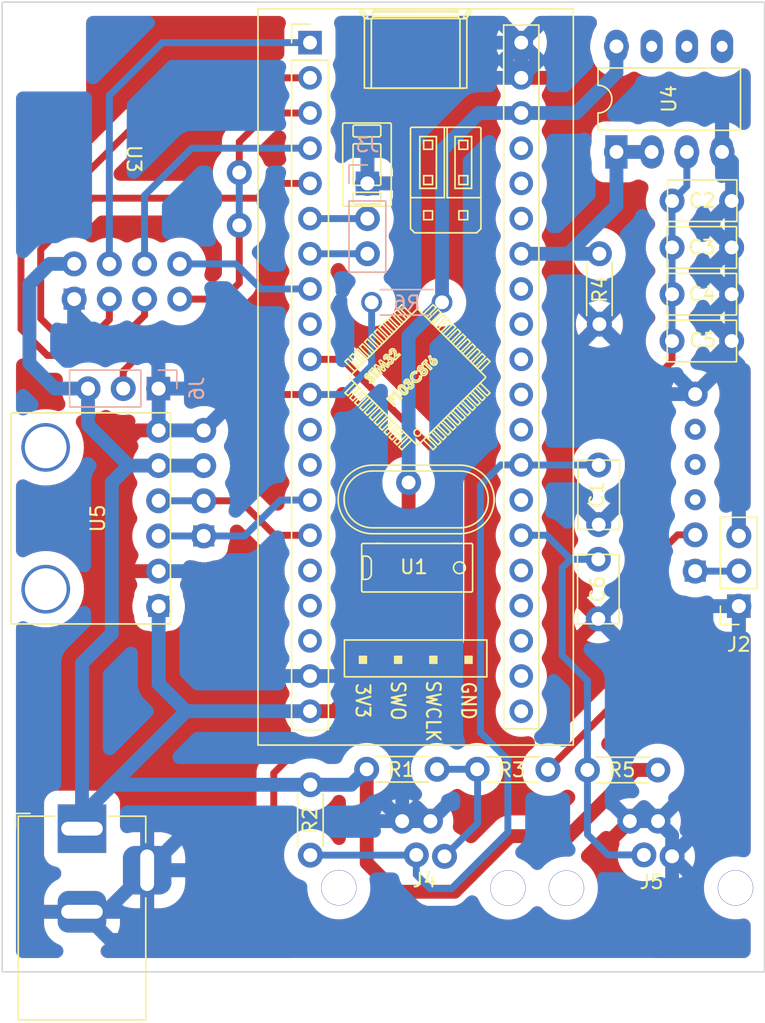
<source format=kicad_pcb>
(kicad_pcb (version 20211014) (generator pcbnew)
  (layers (0 "F.Cu" signal) (31 "B.Cu" signal) (34 "B.Paste" user) (35 "F.Paste" user) (36 "B.SilkS" user "B.Silkscreen") (37 "F.SilkS" user "F.Silkscreen") (38 "B.Mask" user) (39 "F.Mask" user) (44 "Edge.Cuts" user))
  (net 0 "")
  (net 1 "GND")
  (net 2 "Anemometer")
  (net 3 "/Passive LPF")
  (net 4 "+3V3")
  (net 5 "/32768Hz out")
  (net 6 "UART_TX")
  (net 7 "UART_RX")
  (net 8 "WindVane_raw")
  (net 9 "DS18B20")
  (net 10 "Wind_Vane")
  (net 11 "LoRa_NCSS")
  (net 12 "LoRa_SCLK")
  (net 13 "LoRa_MISO")
  (net 15 "LoRa_MOSI")
  (net 17 "LoRa_Reset")
  (net 20 "LoRa_DIO0")
  (net 22 "RTC_ALARM")
  (net 26 "I2C_CLK")
  (net 27 "Rain_Gauge")
  (net 28 "I2C_SDA")
  (footprint "RJ11-Connectors:4P4C" (layer "F.Cu") (at 196.81 103.46)
    (fp_text reference "J5" (at 0.04 0.045 unlocked) (layer "F.SilkS"))
    (fp_text value "4P4C" hide)
    (pad "" np_thru_hole circle (at 6.1 0.5) (size 2.36 2.36) (drill 2.36) (layers F&B.Cu *.Mask))
    (pad "" np_thru_hole circle (at -6.1 0.5) (size 2.36 2.36) (drill 2.36) (layers F&B.Cu *.Mask))
    (pad "1" thru_hole circle (at -1.525 -4.34) (size 1.3 1.3) (drill 0.89) (layers *.Cu *.Mask) (net 1 "GND"))
    (pad "2" thru_hole circle (at 0.51 -4.34) (size 1.3 1.3) (drill 0.89) (layers *.Cu *.Mask) (net 1 "GND"))
    (pad "3" thru_hole circle (at -0.51 -1.9) (size 1.3 1.3) (drill 0.89) (layers *.Cu *.Mask) (net 27 "Rain_Gauge"))
    (pad "4" thru_hole circle (at 1.525 -1.8) (size 1.3 1.3) (drill 0.89) (layers *.Cu *.Mask) (net 1 "GND"))
  )
  (footprint "Resistor_THT:R_Axial_DIN0204_L3.6mm_D1.6mm_P5.08mm_Horizontal" (layer "F.Cu") (at 193.0908 63.246 90)
    (fp_text reference "R4" (at 2.5146 0.0258 90) (layer "F.SilkS"))
    (fp_text value "3.3k" hide)
    (pad "1" thru_hole circle (at 0 0 90) (size 1.4 1.4) (drill 0.7) (layers *.Cu *.Mask) (net 1 "GND"))
    (pad "2" thru_hole oval (at 5.08 0 90) (size 1.4 1.4) (drill 0.7) (layers *.Cu *.Mask) (net 10 "Wind_Vane"))
  )
  (footprint "Custom_Libs:C_Radial_W5.5mm_H9.0mm_T3.0mm_P4.3mm" (layer "F.Cu") (at 200.5076 54.3306)
    (fp_text reference "C2" (at 0 0 unlocked) (layer "F.SilkS"))
    (fp_text value "10n" hide)
    (pad "1" thru_hole circle (at -2.15 0) (size 1.524 1.524) (drill 0.762) (layers *.Cu *.Mask) (net 3 "/Passive LPF"))
    (pad "2" thru_hole circle (at 2.15 0) (size 1.524 1.524) (drill 0.762) (layers *.Cu *.Mask) (net 1 "GND"))
  )
  (footprint "Connector_BarrelJack:BarrelJack_Horizontal" (layer "F.Cu") (at 155.7605 99.664 90)
    (fp_text reference "J1" hide)
    (fp_text value "Barrel_Jack" hide)
    (pad "1" thru_hole rect (at 0 0 90) (size 3.5 3.5) (drill oval 1 3) (layers *.Cu *.Mask) (net 4 "+3V3"))
    (pad "2" thru_hole roundrect (at -6 0 90) (size 3 3.5) (drill oval 1 3) (layers *.Cu *.Mask) (net 1 "GND"))
    (pad "3" thru_hole roundrect (at -3 4.7 90) (size 3.5 3.5) (drill oval 3 1) (layers *.Cu *.Mask) (net 1 "GND"))
  )
  (footprint "Custom_Libs:C_Radial_W5.5mm_H9.0mm_T3.0mm_P4.3mm" (layer "F.Cu") (at 200.4822 64.4652)
    (fp_text reference "C5" (at 0.0508 -0.0508 unlocked) (layer "F.SilkS"))
    (fp_text value "2.2n" hide)
    (pad "1" thru_hole circle (at -2.15 0) (size 1.524 1.524) (drill 0.762) (layers *.Cu *.Mask) (net 3 "/Passive LPF"))
    (pad "2" thru_hole circle (at 2.15 0) (size 1.524 1.524) (drill 0.762) (layers *.Cu *.Mask) (net 1 "GND"))
  )
  (footprint "Resistor_THT:R_Axial_DIN0204_L3.6mm_D1.6mm_P5.08mm_Horizontal" (layer "F.Cu") (at 176.3014 95.377)
    (fp_text reference "R1" (at 2.511 0.0258) (layer "F.SilkS"))
    (fp_text value "3k" hide)
    (pad "1" thru_hole circle (at 0 0) (size 1.4 1.4) (drill 0.7) (layers *.Cu *.Mask) (net 4 "+3V3"))
    (pad "2" thru_hole oval (at 5.08 0) (size 1.4 1.4) (drill 0.7) (layers *.Cu *.Mask) (net 8 "WindVane_raw"))
  )
  (footprint "Connector_PinSocket_2.54mm:PinSocket_1x03_P2.54mm_Vertical" (layer "F.Cu") (at 203.1496 83.6018 180)
    (fp_text reference "J2" (at 0 -2.77) (layer "F.SilkS"))
    (fp_text value "Conn_01x03_Male" hide)
    (pad "1" thru_hole rect (at 0 0 180) (size 1.7 1.7) (drill 1) (layers *.Cu *.Mask) (net 1 "GND"))
    (pad "2" thru_hole oval (at 0 2.54 180) (size 1.7 1.7) (drill 1) (layers *.Cu *.Mask) (net 5 "/32768Hz out"))
    (pad "3" thru_hole oval (at 0 5.08 180) (size 1.7 1.7) (drill 1) (layers *.Cu *.Mask) (net 1 "GND"))
  )
  (footprint "Resistor_THT:R_Axial_DIN0204_L3.6mm_D1.6mm_P5.08mm_Horizontal" (layer "F.Cu") (at 184.3024 95.4024)
    (fp_text reference "R3" (at 2.4674 0.025) (layer "F.SilkS"))
    (fp_text value "680" hide)
    (pad "1" thru_hole circle (at 0 0) (size 1.4 1.4) (drill 0.7) (layers *.Cu *.Mask) (net 8 "WindVane_raw"))
    (pad "2" thru_hole oval (at 5.08 0) (size 1.4 1.4) (drill 0.7) (layers *.Cu *.Mask) (net 3 "/Passive LPF"))
  )
  (footprint "Custom_Libs:C_Radial_W5.5mm_H9.0mm_T3.0mm_P4.3mm" (layer "F.Cu") (at 200.4822 61.087)
    (fp_text reference "C4" (at 0.015 0.001 unlocked) (layer "F.SilkS"))
    (fp_text value "3.3n" hide)
    (pad "1" thru_hole circle (at -2.15 0) (size 1.524 1.524) (drill 0.762) (layers *.Cu *.Mask) (net 3 "/Passive LPF"))
    (pad "2" thru_hole circle (at 2.15 0) (size 1.524 1.524) (drill 0.762) (layers *.Cu *.Mask) (net 1 "GND"))
  )
  (footprint "Resistor_THT:R_Axial_DIN0204_L3.6mm_D1.6mm_P5.08mm_Horizontal" (layer "F.Cu") (at 172.2374 96.4946 -90)
    (fp_text reference "R2" (at 2.5654 0.0254 90) (layer "F.SilkS"))
    (fp_text value "33k" hide)
    (pad "1" thru_hole circle (at 0 0 270) (size 1.4 1.4) (drill 0.7) (layers *.Cu *.Mask) (net 4 "+3V3"))
    (pad "2" thru_hole oval (at 5.08 0 270) (size 1.4 1.4) (drill 0.7) (layers *.Cu *.Mask) (net 2 "Anemometer"))
  )
  (footprint "SX1278_Module:SX1278_Minimal" (layer "F.Cu") (at 159.004 51.308 -90)
    (fp_text reference "U3" (at 0 -0.5 -90 unlocked) (layer "F.SilkS"))
    (fp_text value "SX1278_Minimal")
    (pad "1" thru_hole rect (at 10.13 3.81 270) (size 1.524 1.524) (drill 0.762) (layers *.Cu *.Mask) (net 1 "GND"))
    (pad "2" thru_hole circle (at 7.59 3.81 270) (size 1.524 1.524) (drill 0.762) (layers *.Cu *.Mask) (net 4 "+3V3"))
    (pad "3" thru_hole circle (at 10.13 1.27 270) (size 1.524 1.524) (drill 0.762) (layers *.Cu *.Mask) (net 17 "LoRa_Reset"))
    (pad "4" thru_hole circle (at 7.59 1.27 270) (size 1.524 1.524) (drill 0.762) (layers *.Cu *.Mask) (net 11 "LoRa_NCSS"))
    (pad "5" thru_hole circle (at 10.13 -1.27 270) (size 1.524 1.524) (drill 0.762) (layers *.Cu *.Mask) (net 12 "LoRa_SCLK"))
    (pad "6" thru_hole circle (at 7.59 -1.27 270) (size 1.524 1.524) (drill 0.762) (layers *.Cu *.Mask) (net 15 "LoRa_MOSI"))
    (pad "7" thru_hole circle (at 10.13 -3.81 270) (size 1.524 1.524) (drill 0.762) (layers *.Cu *.Mask) (net 13 "LoRa_MISO"))
    (pad "8" thru_hole circle (at 7.59 -3.81 270) (size 1.524 1.524) (drill 0.762) (layers *.Cu *.Mask) (net 20 "LoRa_DIO0"))
  )
  (footprint "Resistor_THT:R_Axial_DIN0204_L3.6mm_D1.6mm_P5.08mm_Horizontal" (layer "F.Cu") (at 197.3072 95.4278 180)
    (fp_text reference "R5" (at 2.5908 0) (layer "F.SilkS"))
    (fp_text value "33k" hide)
    (pad "1" thru_hole circle (at 0 0 180) (size 1.4 1.4) (drill 0.7) (layers *.Cu *.Mask) (net 4 "+3V3"))
    (pad "2" thru_hole oval (at 5.08 0 180) (size 1.4 1.4) (drill 0.7) (layers *.Cu *.Mask) (net 27 "Rain_Gauge"))
  )
  (footprint "Package_DIP:DIP-8_W7.62mm_LongPads" (layer "F.Cu") (at 194.32 50.815 90)
    (fp_text reference "U4" (at 3.825 3.8 90) (layer "F.SilkS"))
    (fp_text value "MCP6002-xP" hide)
    (pad "1" thru_hole rect (at 0 0 90) (size 2.4 1.6) (drill 0.8) (layers *.Cu *.Mask) (net 10 "Wind_Vane"))
    (pad "2" thru_hole oval (at 0 2.54 90) (size 2.4 1.6) (drill 0.8) (layers *.Cu *.Mask) (net 10 "Wind_Vane"))
    (pad "3" thru_hole oval (at 0 5.08 90) (size 2.4 1.6) (drill 0.8) (layers *.Cu *.Mask) (net 3 "/Passive LPF"))
    (pad "4" thru_hole oval (at 0 7.62 90) (size 2.4 1.6) (drill 0.8) (layers *.Cu *.Mask) (net 1 "GND"))
    (pad "5" thru_hole oval (at 7.62 7.62 90) (size 2.4 1.6) (drill 0.8) (layers *.Cu *.Mask))
    (pad "6" thru_hole oval (at 7.62 5.08 90) (size 2.4 1.6) (drill 0.8) (layers *.Cu *.Mask))
    (pad "7" thru_hole oval (at 7.62 2.54 90) (size 2.4 1.6) (drill 0.8) (layers *.Cu *.Mask))
    (pad "8" thru_hole oval (at 7.62 0 90) (size 2.4 1.6) (drill 0.8) (layers *.Cu *.Mask) (net 4 "+3V3"))
  )
  (footprint "Custom_Libs:C_Radial_W5.5mm_H9.0mm_T3.0mm_P4.3mm" (layer "F.Cu") (at 193.0146 82.3722 90)
    (fp_text reference "C6" (at 0 -0.0508 90 unlocked) (layer "F.SilkS"))
    (fp_text value "68n" hide)
    (pad "1" thru_hole circle (at -2.15 0 90) (size 1.524 1.524) (drill 0.762) (layers *.Cu *.Mask) (net 1 "GND"))
    (pad "2" thru_hole circle (at 2.15 0 90) (size 1.524 1.524) (drill 0.762) (layers *.Cu *.Mask) (net 27 "Rain_Gauge"))
  )
  (footprint "RJ11-Connectors:4P4C" (layer "F.Cu") (at 180.39 103.46)
    (fp_text reference "J4" (at 0.077 -0.082 unlocked) (layer "F.SilkS"))
    (fp_text value "4P4C" hide)
    (pad "" np_thru_hole circle (at 6.1 0.5) (size 2.36 2.36) (drill 2.36) (layers F&B.Cu *.Mask))
    (pad "" np_thru_hole circle (at -6.1 0.5) (size 2.36 2.36) (drill 2.36) (layers F&B.Cu *.Mask))
    (pad "1" thru_hole circle (at -1.525 -4.34) (size 1.3 1.3) (drill 0.89) (layers *.Cu *.Mask) (net 1 "GND"))
    (pad "2" thru_hole circle (at 0.51 -4.34) (size 1.3 1.3) (drill 0.89) (layers *.Cu *.Mask) (net 1 "GND"))
    (pad "3" thru_hole circle (at -0.51 -1.9) (size 1.3 1.3) (drill 0.89) (layers *.Cu *.Mask) (net 2 "Anemometer"))
    (pad "4" thru_hole circle (at 1.525 -1.8) (size 1.3 1.3) (drill 0.89) (layers *.Cu *.Mask) (net 8 "WindVane_raw"))
  )
  (footprint "Custom_Libs:C_Radial_W5.5mm_H9.0mm_T3.0mm_P4.3mm" (layer "F.Cu") (at 200.4822 57.7088)
    (fp_text reference "C3" (at 0 -0.0162 unlocked) (layer "F.SilkS"))
    (fp_text value "4.7n" hide)
    (pad "1" thru_hole circle (at -2.15 0) (size 1.524 1.524) (drill 0.762) (layers *.Cu *.Mask) (net 3 "/Passive LPF"))
    (pad "2" thru_hole circle (at 2.15 0) (size 1.524 1.524) (drill 0.762) (layers *.Cu *.Mask) (net 1 "GND"))
  )
  (footprint "BME280_Module:BME280_I2C_Small" (layer "F.Cu") (at 156.39 77.2668 90)
    (fp_text reference "U5" (at 0 0.508 90 unlocked) (layer "F.SilkS"))
    (fp_text value "BME280_I2C_New_LK888" hide)
    (pad "" np_thru_hole circle (at 5.12 -3.25 90) (size 3.5 3.5) (drill 3) (layers F&B.Cu *.Mask))
    (pad "" np_thru_hole circle (at -5.12 -3.25 90) (size 3.5 3.5) (drill 3) (layers F&B.Cu *.Mask))
    (pad "1" thru_hole rect (at -6.35 4.9 180) (size 1.524 1.524) (drill 0.762) (layers *.Cu *.Mask) (net 4 "+3V3"))
    (pad "1" thru_hole circle (at 3.81 4.9 180) (size 1.524 1.524) (drill 0.762) (layers *.Cu *.Mask) (net 4 "+3V3"))
    (pad "2" thru_hole circle (at -3.81 4.9 180) (size 1.524 1.524) (drill 0.762) (layers *.Cu *.Mask) (net 1 "GND"))
    (pad "3" thru_hole circle (at -1.27 4.9 180) (size 1.524 1.524) (drill 0.762) (layers *.Cu *.Mask) (net 26 "I2C_CLK"))
    (pad "4" thru_hole circle (at 1.27 4.9 180) (size 1.524 1.524) (drill 0.762) (layers *.Cu *.Mask) (net 28 "I2C_SDA"))
    (pad "5" thru_hole circle (at 6.35 4.9 180) (size 1.524 1.524) (drill 0.762) (layers *.Cu *.Mask) (net 1 "GND"))
  )
  (footprint "Custom_Libs:C_Radial_W5.5mm_H9.0mm_T3.0mm_P4.3mm" (layer "F.Cu") (at 193.04 75.565 90)
    (fp_text reference "C1" (at 0 -0.127 90 unlocked) (layer "F.SilkS"))
    (fp_text value "68n" hide)
    (pad "1" thru_hole circle (at -2.15 0 90) (size 1.524 1.524) (drill 0.762) (layers *.Cu *.Mask) (net 1 "GND"))
    (pad "2" thru_hole circle (at 2.15 0 90) (size 1.524 1.524) (drill 0.762) (layers *.Cu *.Mask) (net 2 "Anemometer"))
  )
  (footprint "KiCAD_STM32_BluePill:YAAJ_BluePill_1" (layer "F.Cu") (at 172.212 42.926)
    (fp_text reference "U1" (at 7.493 37.846) (layer "F.SilkS"))
    (fp_text value "YAAJ_BluePill" hide)
    (fp_text user "SWO" (at 6.35 47.498 270 unlocked) (layer "F.SilkS") (effects (font (size 1 0.9))))
    (fp_text user "GND" (at 11.43 47.498 270 unlocked) (layer "F.SilkS") (effects (font (size 1 0.9))))
    (fp_text user "SWCLK" (at 8.89 48.26 270 unlocked) (layer "F.SilkS") (effects (font (size 1 0.9))))
    (fp_text user "3V3" (at 3.81 47.498 270 unlocked) (layer "F.SilkS") (effects (font (size 1 0.9))))
    (pad "1" thru_hole rect locked (at 0 0) (size 1.7 1.7) (drill 1) (layers *.Cu *.Mask) (net 11 "LoRa_NCSS"))
    (pad "2" thru_hole circle locked (at 0 2.54) (size 1.7 1.7) (drill 1) (layers *.Cu *.Mask) (net 12 "LoRa_SCLK"))
    (pad "3" thru_hole circle locked (at 0 5.08) (size 1.7 1.7) (drill 1) (layers *.Cu *.Mask) (net 13 "LoRa_MISO"))
    (pad "4" thru_hole circle locked (at 0 7.62) (size 1.7 1.7) (drill 1) (layers *.Cu *.Mask) (net 15 "LoRa_MOSI"))
    (pad "5" thru_hole circle locked (at 0 10.16) (size 1.7 1.7) (drill 1) (layers *.Cu *.Mask) (net 17 "LoRa_Reset"))
    (pad "6" thru_hole circle locked (at 0 12.7) (size 1.7 1.7) (drill 1) (layers *.Cu *.Mask) (net 6 "UART_TX"))
    (pad "7" thru_hole circle locked (at 0 15.24) (size 1.7 1.7) (drill 1) (layers *.Cu *.Mask) (net 7 "UART_RX"))
    (pad "8" thru_hole circle locked (at 0 17.78) (size 1.7 1.7) (drill 1) (layers *.Cu *.Mask) (net 20 "LoRa_DIO0"))
    (pad "9" thru_hole circle locked (at 0 20.32) (size 1.7 1.7) (drill 1) (layers *.Cu *.Mask))
    (pad "10" thru_hole circle locked (at 0 22.86) (size 1.7 1.7) (drill 1) (layers *.Cu *.Mask) (net 22 "RTC_ALARM"))
    (pad "11" thru_hole circle locked (at 0 25.4) (size 1.7 1.7) (drill 1) (layers *.Cu *.Mask) (net 9 "DS18B20"))
    (pad "12" thru_hole circle locked (at 0 27.94) (size 1.7 1.7) (drill 1) (layers *.Cu *.Mask))
    (pad "13" thru_hole circle locked (at 0 30.48) (size 1.7 1.7) (drill 1) (layers *.Cu *.Mask))
    (pad "14" thru_hole circle locked (at 0 33.02) (size 1.7 1.7) (drill 1) (layers *.Cu *.Mask) (net 26 "I2C_CLK"))
    (pad "15" thru_hole circle locked (at 0 35.56) (size 1.7 1.7) (drill 1) (layers *.Cu *.Mask) (net 28 "I2C_SDA"))
    (pad "16" thru_hole circle locked (at 0 38.1) (size 1.7 1.7) (drill 1) (layers *.Cu *.Mask))
    (pad "17" thru_hole circle locked (at 0 40.64) (size 1.7 1.7) (drill 1) (layers *.Cu *.Mask))
    (pad "18" thru_hole circle locked (at 0 43.18) (size 1.7 1.7) (drill 1) (layers *.Cu *.Mask))
    (pad "19" thru_hole circle locked (at 0 45.72) (size 1.7 1.7) (drill 1) (layers *.Cu *.Mask) (net 1 "GND"))
    (pad "20" thru_hole circle locked (at 0 48.26) (size 1.7 1.7) (drill 1) (layers *.Cu *.Mask) (net 4 "+3V3"))
    (pad "21" thru_hole circle locked (at 15.24 48.26) (size 1.7 1.7) (drill 1) (layers *.Cu *.Mask))
    (pad "22" thru_hole circle locked (at 15.24 45.72) (size 1.7 1.7) (drill 1) (layers *.Cu *.Mask))
    (pad "23" thru_hole circle locked (at 15.24 43.18) (size 1.7 1.7) (drill 1) (layers *.Cu *.Mask))
    (pad "24" thru_hole circle locked (at 15.24 40.64) (size 1.7 1.7) (drill 1) (layers *.Cu *.Mask))
    (pad "25" thru_hole circle locked (at 15.24 38.1) (size 1.7 1.7) (drill 1) (layers *.Cu *.Mask))
    (pad "26" thru_hole circle locked (at 15.24 35.56) (size 1.7 1.7) (drill 1) (layers *.Cu *.Mask) (net 27 "Rain_Gauge"))
    (pad "27" thru_hole circle locked (at 15.24 33.02) (size 1.7 1.7) (drill 1) (layers *.Cu *.Mask))
    (pad "28" thru_hole circle locked (at 15.24 30.48) (size 1.7 1.7) (drill 1) (layers *.Cu *.Mask) (net 2 "Anemometer"))
    (pad "29" thru_hole circle locked (at 15.24 27.94) (size 1.7 1.7) (drill 1) (layers *.Cu *.Mask))
    (pad "30" thru_hole circle locked (at 15.24 25.4) (size 1.7 1.7) (drill 1) (layers *.Cu *.Mask))
    (pad "31" thru_hole circle locked (at 15.24 22.86) (size 1.7 1.7) (drill 1) (layers *.Cu *.Mask))
    (pad "32" thru_hole circle locked (at 15.24 20.32) (size 1.7 1.7) (drill 1) (layers *.Cu *.Mask))
    (pad "33" thru_hole circle locked (at 15.24 17.78) (size 1.7 1.7) (drill 1) (layers *.Cu *.Mask))
    (pad "34" thru_hole circle locked (at 15.24 15.24) (size 1.7 1.7) (drill 1) (layers *.Cu *.Mask) (net 10 "Wind_Vane"))
    (pad "35" thru_hole circle locked (at 15.24 12.7) (size 1.7 1.7) (drill 1) (layers *.Cu *.Mask))
    (pad "36" thru_hole circle locked (at 15.24 10.16) (size 1.7 1.7) (drill 1) (layers *.Cu *.Mask))
    (pad "37" thru_hole circle locked (at 15.24 7.62) (size 1.7 1.7) (drill 1) (layers *.Cu *.Mask))
    (pad "38" thru_hole circle locked (at 15.24 5.08) (size 1.7 1.7) (drill 1) (layers *.Cu *.Mask) (net 4 "+3V3"))
    (pad "39" thru_hole circle locked (at 15.24 2.54) (size 1.7 1.7) (drill 1) (layers *.Cu *.Mask) (net 1 "GND"))
    (pad "40" thru_hole circle locked (at 15.24 0) (size 1.7 1.7) (drill 1) (layers *.Cu *.Mask) (net 1 "GND"))
  )
  (footprint "DS3231_Module:DS3231_Module_FullSize" (layer "B.Cu") (at 182.2712 74.7268)
    (fp_text reference "U2" hide)
    (fp_text value "DS3231_Full_Pinout" hide)
    (pad "1" thru_hole rect (at -17.73 3.81) (size 1.524 1.524) (drill 0.762) (layers *.Cu *.Mask) (net 26 "I2C_CLK"))
    (pad "2" thru_hole circle (at -17.73 1.27) (size 1.524 1.524) (drill 0.762) (layers *.Cu *.Mask) (net 28 "I2C_SDA"))
    (pad "3" thru_hole circle (at -17.73 -1.27) (size 1.524 1.524) (drill 0.762) (layers *.Cu *.Mask) (net 4 "+3V3"))
    (pad "4" thru_hole circle (at -17.73 -3.81) (size 1.524 1.524) (drill 0.762) (layers *.Cu *.Mask) (net 1 "GND"))
    (pad "5" thru_hole rect (at 17.73 6.35) (size 1.524 1.524) (drill 0.762) (layers *.Cu *.Mask) (net 5 "/32768Hz out"))
    (pad "6" thru_hole circle (at 17.73 3.73) (size 1.524 1.524) (drill 0.762) (layers *.Cu *.Mask) (net 22 "RTC_ALARM"))
    (pad "7" thru_hole circle (at 17.73 -1.35) (size 1.524 1.524) (drill 0.762) (layers *.Cu *.Mask))
    (pad "8" thru_hole circle (at 17.73 1.19) (size 1.524 1.524) (drill 0.762) (layers *.Cu *.Mask))
    (pad "9" thru_hole circle (at 17.73 -3.89) (size 1.524 1.524) (drill 0.762) (layers *.Cu *.Mask))
    (pad "10" thru_hole circle (at 17.73 -6.43) (size 1.524 1.524) (drill 0.762) (layers *.Cu *.Mask) (net 1 "GND"))
  )
  (footprint "Resistor_THT:R_Axial_DIN0204_L3.6mm_D1.6mm_P5.08mm_Horizontal" (layer "B.Cu") (at 181.737 61.6712 180)
    (fp_text reference "R6" (at 2.54 -0.0454) (layer "B.SilkS") (effects (justify mirror)))
    (fp_text value "4.7k" hide)
    (pad "1" thru_hole circle (at 0 0 180) (size 1.4 1.4) (drill 0.7) (layers *.Cu *.Mask) (net 4 "+3V3"))
    (pad "2" thru_hole oval (at 5.08 0 180) (size 1.4 1.4) (drill 0.7) (layers *.Cu *.Mask) (net 9 "DS18B20"))
  )
  (footprint "Connector_PinSocket_2.54mm:PinSocket_1x03_P2.54mm_Vertical" (layer "B.Cu") (at 176.3522 53.086 180)
    (fp_text reference "J3" (at 0 2.77) (layer "B.SilkS") (effects (justify mirror)))
    (fp_text value "Conn_01x03_Male" hide)
    (pad "1" thru_hole rect (at 0 0 180) (size 1.7 1.7) (drill 1) (layers *.Cu *.Mask) (net 1 "GND"))
    (pad "2" thru_hole oval (at 0 -2.54 180) (size 1.7 1.7) (drill 1) (layers *.Cu *.Mask) (net 6 "UART_TX"))
    (pad "3" thru_hole oval (at 0 -5.08 180) (size 1.7 1.7) (drill 1) (layers *.Cu *.Mask) (net 7 "UART_RX"))
  )
  (footprint "Connector_PinSocket_2.54mm:PinSocket_1x03_P2.54mm_Vertical" (layer "B.Cu") (at 161.275 67.8946 90)
    (fp_text reference "J6" (at 0 2.77 90) (layer "B.SilkS") (effects (justify mirror)))
    (fp_text value "Conn_01x03_Male" hide)
    (pad "1" thru_hole rect (at 0 0 90) (size 1.7 1.7) (drill 1) (layers *.Cu *.Mask) (net 1 "GND"))
    (pad "2" thru_hole oval (at 0 -2.54 90) (size 1.7 1.7) (drill 1) (layers *.Cu *.Mask) (net 9 "DS18B20"))
    (pad "3" thru_hole oval (at 0 -5.08 90) (size 1.7 1.7) (drill 1) (layers *.Cu *.Mask) (net 4 "+3V3"))
  )
  (gr_rect (start 150 40) (end 205 110) (layer "Edge.Cuts") (width 0.1) (fill none))
  (via (at 202.91 103.94) (size 2.55) (drill 2.5) (layers "F.Cu" "B.Cu") (net 0))
  (via (at 186.49 103.95) (size 2.55) (drill 2.5) (layers "F.Cu" "B.Cu") (net 0))
  (via (at 153.14 72.14) (size 3.5) (drill 3) (layers "F.Cu" "B.Cu") (net 0))
  (via (at 153.15 82.37) (size 3.5) (drill 3) (layers "F.Cu" "B.Cu") (net 0))
  (via (at 174.29 103.93) (size 2.55) (drill 2.5) (layers "F.Cu" "B.Cu") (net 0))
  (via (at 190.71 103.96) (size 2.55) (drill 2.5) (layers "F.Cu" "B.Cu") (net 0))
  (segment (start 201.94 48.524) (end 201.94 50.815) (width 1) (layer "F.Cu") (net 1))
  (segment (start 156.1338 74.5744) (end 159.7914 70.9168) (width 1) (layer "F.Cu") (net 1))
  (segment (start 156.1338 78.4606) (end 156.1338 74.5744) (width 1) (layer "F.Cu") (net 1))
  (segment (start 158.75 81.0768) (end 156.1338 78.4606) (width 1) (layer "F.Cu") (net 1))
  (segment (start 200.6854 47.2694) (end 201.94 48.524) (width 1) (layer "F.Cu") (net 1))
  (segment (start 161.29 81.0768) (end 158.75 81.0768) (width 1) (layer "F.Cu") (net 1))
  (segment (start 192.024 45.466) (end 193.8274 47.2694) (width 1) (layer "F.Cu") (net 1))
  (segment (start 193.8274 47.2694) (end 200.6854 47.2694) (width 1) (layer "F.Cu") (net 1))
  (segment (start 159.7914 70.9168) (end 161.29 70.9168) (width 1) (layer "F.Cu") (net 1))
  (segment (start 187.452 45.466) (end 192.024 45.466) (width 1) (layer "F.Cu") (net 1))
  (via (at 203.1496 83.6018) (size 1.8) (drill 1) (layers "F.Cu" "B.Cu") (net 1))
  (via (at 200.0012 68.2968) (size 1.8) (drill 1) (layers "F.Cu" "B.Cu") (net 1))
  (via (at 178.86 99.12) (size 1.8) (drill 1) (layers "F.Cu" "B.Cu") (net 1))
  (via (at 161.29 70.9168) (size 1.8) (drill 1) (layers "F.Cu" "B.Cu") (net 1))
  (via (at 161.29 81.0768) (size 1.8) (drill 1) (layers "F.Cu" "B.Cu") (net 1))
  (via (at 198.335 101.66) (size 1.8) (drill 1) (layers "F.Cu" "B.Cu") (net 1))
  (via (at 201.94 50.815) (size 1.8) (drill 1) (layers "F.Cu" "B.Cu") (net 1))
  (via (at 193.04 77.715) (size 1.8) (drill 1) (layers "F.Cu" "B.Cu") (net 1))
  (via (at 193.0908 63.246) (size 1.8) (drill 1) (layers "F.Cu" "B.Cu") (net 1))
  (via (at 202.6322 57.7088) (size 1.8) (drill 1) (layers "F.Cu" "B.Cu") (net 1))
  (via (at 164.5412 70.9168) (size 1.8) (drill 1) (layers "F.Cu" "B.Cu") (net 1))
  (via (at 180.9 99.12) (size 1.8) (drill 1) (layers "F.Cu" "B.Cu") (net 1))
  (via (at 197.32 99.12) (size 1.8) (drill 1) (layers "F.Cu" "B.Cu") (net 1))
  (via (at 193.0146 84.5222) (size 1.8) (drill 1) (layers "F.Cu" "B.Cu") (net 1))
  (via (at 202.6322 61.087) (size 1.8) (drill 1) (layers "F.Cu" "B.Cu") (net 1))
  (via (at 155.194 61.438) (size 1.8) (drill 1) (layers "F.Cu" "B.Cu") (net 1))
  (via (at 161.29 67.9096) (size 1.8) (drill 1) (layers "F.Cu" "B.Cu") (net 1))
  (via (at 202.6341 54.3541) (size 1.8) (drill 1) (layers "F.Cu" "B.Cu") (net 1))
  (via (at 203.1496 78.5218) (size 1.8) (drill 1) (layers "F.Cu" "B.Cu") (net 1))
  (via (at 195.285 99.12) (size 1.8) (drill 1) (layers "F.Cu" "B.Cu") (net 1))
  (via (at 202.6322 64.4652) (size 1.8) (drill 1) (layers "F.Cu" "B.Cu") (net 1))
  (via (at 176.3522 53.086) (size 1.8) (drill 1) (layers "F.Cu" "B.Cu") (net 1))
  (segment (start 195.4276 70.3072) (end 195.4276 65.5828) (width 1) (layer "B.Cu") (net 1))
  (segment (start 199.771 96.669) (end 197.32 99.12) (width 1) (layer "B.Cu") (net 1))
  (segment (start 195.4276 87.503) (end 195.4276 86.9352) (width 1) (layer "B.Cu") (net 1))
  (segment (start 166.37 88.646) (end 172.212 88.646) (width 1) (layer "B.Cu") (net 1))
  (segment (start 176.3522 53.086) (end 176.3522 47.7774) (width 1) (layer "B.Cu") (net 1))
  (segment (start 197.438 68.2968) (end 200.0012 68.2968) (width 1) (layer "B.Cu") (net 1))
  (segment (start 202.6576 54.3306) (end 202.6576 51.5326) (width 1) (layer "B.Cu") (net 1))
  (segment (start 172.212 88.646) (end 175.5648 88.646) (width 1) (layer "B.Cu") (net 1))
  (segment (start 157.099 64.4398) (end 155.194 62.5348) (width 1) (layer "B.Cu") (net 1))
  (segment (start 193.04 77.715) (end 195.4276 75.3274) (width 1) (layer "B.Cu") (net 1))
  (segment (start 178.86 99.12) (end 164.0045 99.12) (width 1) (layer "B.Cu") (net 1))
  (segment (start 203.1496 89.7886) (end 203.1496 83.6018) (width 1) (layer "B.Cu") (net 1))
  (segment (start 202.6322 64.4652) (end 202.6322 65.6658) (width 1) (layer "B.Cu") (net 1))
  (segment (start 155.7605 105.664) (end 157.7925 107.696) (width 1) (layer "B.Cu") (net 1))
  (segment (start 155.7605 105.664) (end 157.4605 105.664) (width 1) (layer "B.Cu") (net 1))
  (segment (start 178.865 99.12) (end 178.86 99.12) (width 1) (layer "B.Cu") (net 1))
  (segment (start 159.6644 64.4398) (end 157.099 64.4398) (width 1) (layer "B.Cu") (net 1))
  (segment (start 195.6816 107.696) (end 198.335 105.0426) (width 1) (layer "B.Cu") (net 1))
  (segment (start 195.4276 70.3072) (end 197.438 68.2968) (width 1) (layer "B.Cu") (net 1))
  (segment (start 198.335 101.66) (end 198.335 100.135) (width 1) (layer "B.Cu") (net 1))
  (segment (start 161.29 81.0768) (end 163.1188 81.0768) (width 1) (layer "B.Cu") (net 1))
  (segment (start 175.5648 88.646) (end 178.8668 91.948) (width 1) (layer "B.Cu") (net 1))
  (segment (start 164.592 86.868) (end 166.37 88.646) (width 1) (layer "B.Cu") (net 1))
  (segment (start 180.9 99.12) (end 178.865 99.12) (width 1) (layer "B.Cu") (net 1))
  (segment (start 199.771 93.1672) (end 199.771 96.669) (width 1) (layer "B.Cu") (net 1))
  (segment (start 176.3522 47.7774) (end 178.1556 45.974) (width 1) (layer "B.Cu") (net 1))
  (segment (start 163.1188 81.0768) (end 164.592 82.55) (width 1) (layer "B.Cu") (net 1))
  (segment (start 202.6322 54.356) (end 202.6341 54.3541) (width 1) (layer "B.Cu") (net 1))
  (segment (start 195.4276 87.503) (end 195.4276 88.8238) (width 1) (layer "B.Cu") (net 1))
  (segment (start 161.275 66.0504) (end 159.6644 64.4398) (width 1) (layer "B.Cu") (net 1))
  (segment (start 202.6322 65.6658) (end 203.1496 66.1832) (width 1) (layer "B.Cu") (net 1))
  (segment (start 157.4605 105.664) (end 160.4605 102.664) (width 1) (layer "B.Cu") (net 1))
  (segment (start 178.865 91.9498) (end 178.865 99.12) (width 1) (layer "B.Cu") (net 1))
  (segment (start 178.1556 45.974) (end 181.2036 42.926) (width 1) (layer "B.Cu") (net 1))
  (segment (start 161.275 67.8946) (end 161.275 66.0504) (width 1) (layer "B.Cu") (net 1))
  (segment (start 203.1496 66.1832) (end 203.1496 78.5218) (width 1) (layer "B.Cu") (net 1))
  (segment (start 178.8668 91.948) (end 178.865 91.9498) (width 1) (layer "B.Cu") (net 1))
  (segment (start 202.6341 54.3541) (end 202.6576 54.3306) (width 1) (layer "B.Cu") (net 1))
  (segment (start 198.335 100.135) (end 197.32 99.12) (width 1) (layer "B.Cu") (net 1))
  (segment (start 202.6322 57.7088) (end 202.6322 54.356) (width 1) (layer "B.Cu") (net 1))
  (segment (start 178.6636 45.466) (end 178.1556 45.974) (width 1) (layer "B.Cu") (net 1))
  (segment (start 202.6322 64.4652) (end 202.6322 61.087) (width 1) (layer "B.Cu") (net 1))
  (segment (start 187.452 42.926) (end 187.452 45.466) (width 1) (layer "B.Cu") (net 1))
  (segment (start 195.4276 65.5828) (end 193.0908 63.246) (width 1) (layer "B.Cu") (net 1))
  (segment (start 197.32 99.12) (end 195.285 99.12) (width 1) (layer "B.Cu") (net 1))
  (segment (start 164.592 82.55) (end 164.592 86.868) (width 1) (layer "B.Cu") (net 1))
  (segment (start 157.7925 107.696) (end 195.6816 107.696) (width 1) (layer "B.Cu") (net 1))
  (segment (start 161.29 70.9168) (end 164.5412 70.9168) (width 1) (layer "B.Cu") (net 1))
  (segment (start 195.4276 75.3274) (end 195.4276 70.3072) (width 1) (layer "B.Cu") (net 1))
  (segment (start 181.2036 42.926) (end 187.452 42.926) (width 1) (layer "B.Cu") (net 1))
  (segment (start 161.29 70.9168) (end 161.29 67.9096) (width 1) (layer "B.Cu") (net 1))
  (segment (start 187.452 45.466) (end 178.6636 45.466) (width 1) (layer "B.Cu") (net 1))
  (segment (start 202.6322 65.6658) (end 200.0012 68.2968) (width 1) (layer "B.Cu") (net 1))
  (segment (start 155.194 62.5348) (end 155.194 61.438) (width 1) (layer "B.Cu") (net 1))
  (segment (start 195.4276 86.9352) (end 193.0146 84.5222) (width 1) (layer "B.Cu") (net 1))
  (segment (start 199.771 93.1672) (end 203.1496 89.7886) (width 1) (layer "B.Cu") (net 1))
  (segment (start 195.4276 75.3274) (end 195.4276 87.503) (width 1) (layer "B.Cu") (net 1))
  (segment (start 202.6576 51.5326) (end 201.94 50.815) (width 1) (layer "B.Cu") (net 1))
  (segment (start 161.29 67.9096) (end 161.275 67.8946) (width 1) (layer "B.Cu") (net 1))
  (segment (start 195.4276 88.8238) (end 199.771 93.1672) (width 1) (layer "B.Cu") (net 1))
  (segment (start 164.0045 99.12) (end 160.4605 102.664) (width 1) (layer "B.Cu") (net 1))
  (segment (start 202.6322 61.087) (end 202.6322 57.7088) (width 1) (layer "B.Cu") (net 1))
  (segment (start 198.335 105.0426) (end 198.335 101.66) (width 1) (layer "B.Cu") (net 1))
  (via (at 179.88 101.56) (size 1.8) (drill 1) (layers "F.Cu" "B.Cu") (net 2))
  (via (at 172.2374 101.5746) (size 1.8) (drill 1) (layers "F.Cu" "B.Cu") (net 2))
  (via (at 193.04 73.415) (size 1.8) (drill 1) (layers "F.Cu" "B.Cu") (net 2))
  (segment (start 172.2374 101.5746) (end 179.8654 101.5746) (width 0.5) (layer "B.Cu") (net 2))
  (segment (start 184.5056 74.8792) (end 185.9788 73.406) (width 0.5) (layer "B.Cu") (net 2))
  (segment (start 179.8654 101.5746) (end 179.88 101.56) (width 0.5) (layer "B.Cu") (net 2))
  (segment (start 187.461 73.415) (end 187.452 73.406) (width 0.5) (layer "B.Cu") (net 2))
  (segment (start 180.8734 103.9876) (end 182.4228 103.9876) (width 0.5) (layer "B.Cu") (net 2))
  (segment (start 184.5056 92.71) (end 184.5056 74.8792) (width 0.5) (layer "B.Cu") (net 2))
  (segment (start 193.04 73.415) (end 187.461 73.415) (width 0.5) (layer "B.Cu") (net 2))
  (segment (start 186.4868 94.6912) (end 184.5056 92.71) (width 0.5) (layer "B.Cu") (net 2))
  (segment (start 179.88 102.9942) (end 180.8734 103.9876) (width 0.5) (layer "B.Cu") (net 2))
  (segment (start 186.4868 99.9236) (end 186.4868 94.6912) (width 0.5) (layer "B.Cu") (net 2))
  (segment (start 179.88 101.56) (end 179.88 102.9942) (width 0.5) (layer "B.Cu") (net 2))
  (segment (start 182.4228 103.9876) (end 186.4868 99.9236) (width 0.5) (layer "B.Cu") (net 2))
  (segment (start 185.9788 73.406) (end 187.452 73.406) (width 0.5) (layer "B.Cu") (net 2))
  (segment (start 195.8086 68.453) (end 198.3322 65.9294) (width 0.5) (layer "F.Cu") (net 3))
  (segment (start 189.3824 95.4024) (end 195.8086 88.9762) (width 0.5) (layer "F.Cu") (net 3))
  (segment (start 195.8086 88.9762) (end 195.8086 68.453) (width 0.5) (layer "F.Cu") (net 3))
  (segment (start 198.3322 65.9294) (end 198.3322 64.4652) (width 0.5) (layer "F.Cu") (net 3))
  (via (at 198.3322 54.356) (size 1.8) (drill 1) (layers "F.Cu" "B.Cu") (net 3))
  (via (at 199.4 50.815) (size 1.8) (drill 1) (layers "F.Cu" "B.Cu") (net 3))
  (via (at 198.3322 57.7088) (size 1.8) (drill 1) (layers "F.Cu" "B.Cu") (net 3))
  (via (at 198.3322 64.4652) (size 1.8) (drill 1) (layers "F.Cu" "B.Cu") (net 3))
  (via (at 198.3322 61.087) (size 1.8) (drill 1) (layers "F.Cu" "B.Cu") (net 3))
  (via (at 189.3824 95.4024) (size 1.8) (drill 1) (layers "F.Cu" "B.Cu") (net 3))
  (segment (start 198.3322 57.7088) (end 198.3322 54.356) (width 0.5) (layer "B.Cu") (net 3))
  (segment (start 198.3322 61.087) (end 198.3322 57.7088) (width 0.5) (layer "B.Cu") (net 3))
  (segment (start 199.4 53.2882) (end 198.3576 54.3306) (width 0.5) (layer "B.Cu") (net 3))
  (segment (start 198.3322 54.356) (end 198.3576 54.3306) (width 0.5) (layer "B.Cu") (net 3))
  (segment (start 198.3322 64.4652) (end 198.3322 61.087) (width 0.5) (layer "B.Cu") (net 3))
  (segment (start 199.4 50.815) (end 199.4 53.2882) (width 0.5) (layer "B.Cu") (net 3))
  (segment (start 186.6646 100.203) (end 182.6514 104.2162) (width 1) (layer "F.Cu") (net 4))
  (segment (start 179.324 85.8012) (end 179.324 74.676) (width 1) (layer "F.Cu") (net 4))
  (segment (start 197.3072 95.4278) (end 195.6562 95.4278) (width 1) (layer "F.Cu") (net 4))
  (segment (start 173.9392 91.186) (end 175.0568 90.0684) (width 1) (layer "F.Cu") (net 4))
  (segment (start 190.881 100.203) (end 186.6646 100.203) (width 1) (layer "F.Cu") (net 4))
  (segment (start 176.3014 102.1334) (end 176.3014 95.377) (width 1) (layer "F.Cu") (net 4))
  (segment (start 172.212 91.186) (end 173.9392 91.186) (width 1) (layer "F.Cu") (net 4))
  (segment (start 195.6562 95.4278) (end 190.881 100.203) (width 1) (layer "F.Cu") (net 4))
  (segment (start 182.6514 104.2162) (end 178.3842 104.2162) (width 1) (layer "F.Cu") (net 4))
  (segment (start 175.0568 90.0684) (end 179.324 85.8012) (width 1) (layer "F.Cu") (net 4))
  (segment (start 178.3842 104.2162) (end 176.3014 102.1334) (width 1) (layer "F.Cu") (net 4))
  (via (at 179.324 74.676) (size 1.8) (drill 1) (layers "F.Cu" "B.Cu") (net 4))
  (via (at 155.194 58.898) (size 1.8) (drill 1) (layers "F.Cu" "B.Cu") (net 4))
  (via (at 161.29 83.6168) (size 1.8) (drill 1) (layers "F.Cu" "B.Cu") (net 4))
  (via (at 197.3072 95.4278) (size 1.8) (drill 1) (layers "F.Cu" "B.Cu") (net 4))
  (via (at 194.32 43.195) (size 1.8) (drill 1) (layers "F.Cu" "B.Cu") (net 4))
  (via (at 161.29 73.4568) (size 1.8) (drill 1) (layers "F.Cu" "B.Cu") (net 4))
  (via (at 181.737 61.6712) (size 1.5) (drill 1) (layers "F.Cu" "B.Cu") (net 4))
  (via (at 172.2374 96.4946) (size 1.8) (drill 1) (layers "F.Cu" "B.Cu") (net 4))
  (via (at 176.3014 95.377) (size 1.8) (drill 1) (layers "F.Cu" "B.Cu") (net 4))
  (via (at 164.5412 73.4568) (size 1.8) (drill 1) (layers "F.Cu" "B.Cu") (net 4))
  (via (at 156.195 67.915) (size 1.8) (drill 1) (layers "F.Cu" "B.Cu") (net 4))
  (segment (start 179.324 74.676) (end 179.324 64.0842) (width 1) (layer "B.Cu") (net 4))
  (segment (start 161.29 83.6168) (end 161.29 89.2048) (width 1) (layer "B.Cu") (net 4))
  (segment (start 163.2712 91.186) (end 157.7594 96.6978) (width 1) (layer "B.Cu") (net 4))
  (segment (start 156.195 67.8946) (end 156.195 67.915) (width 1) (layer "B.Cu") (net 4))
  (segment (start 181.737 61.6712) (end 181.737 50.673) (width 1) (layer "B.Cu") (net 4))
  (segment (start 172.212 91.186) (end 172.212 91.2876) (width 1) (layer "B.Cu") (net 4))
  (segment (start 191.4144 48.006) (end 194.32 45.1004) (width 1) (layer "B.Cu") (net 4))
  (segment (start 156.195 67.915) (end 156.195 70.5208) (width 1) (layer "B.Cu") (net 4))
  (segment (start 156.195 67.8946) (end 153.7974 67.8946) (width 1) (layer "B.Cu") (net 4))
  (segment (start 157.7594 96.6978) (end 155.7605 98.6967) (width 1) (layer "B.Cu") (net 4))
  (segment (start 153.7974 67.8946) (end 151.9682 66.0654) (width 1) (layer "B.Cu") (net 4))
  (segment (start 184.404 48.006) (end 187.452 48.006) (width 1) (layer "B.Cu") (net 4))
  (segment (start 151.9682 66.0654) (end 151.9682 60.3504) (width 1) (layer "B.Cu") (net 4))
  (segment (start 172.212 96.4692) (end 172.2374 96.4946) (width 1) (layer "B.Cu") (net 4))
  (segment (start 181.737 50.673) (end 184.404 48.006) (width 1) (layer "B.Cu") (net 4))
  (segment (start 155.7605 87.7239) (end 157.9118 85.5726) (width 1) (layer "B.Cu") (net 4))
  (segment (start 187.452 48.006) (end 191.4144 48.006) (width 1) (layer "B.Cu") (net 4))
  (segment (start 151.9682 60.3504) (end 153.4206 58.898) (width 1) (layer "B.Cu") (net 4))
  (segment (start 156.195 70.5208) (end 159.131 73.4568) (width 1) (layer "B.Cu") (net 4))
  (segment (start 155.7605 98.6967) (end 155.7605 99.664) (width 1) (layer "B.Cu") (net 4))
  (segment (start 172.2374 96.4946) (end 157.9626 96.4946) (width 1) (layer "B.Cu") (net 4))
  (segment (start 161.29 89.2048) (end 163.2712 91.186) (width 1) (layer "B.Cu") (net 4))
  (segment (start 157.9118 74.676) (end 159.131 73.4568) (width 1) (layer "B.Cu") (net 4))
  (segment (start 179.324 64.0842) (end 181.737 61.6712) (width 1) (layer "B.Cu") (net 4))
  (segment (start 194.32 45.1004) (end 194.32 43.195) (width 1) (layer "B.Cu") (net 4))
  (segment (start 157.9626 96.4946) (end 157.7594 96.6978) (width 1) (layer "B.Cu") (net 4))
  (segment (start 163.2712 91.186) (end 172.212 91.186) (width 1) (layer "B.Cu") (net 4))
  (segment (start 155.7605 99.664) (end 155.7605 87.7239) (width 1) (layer "B.Cu") (net 4))
  (segment (start 175.1838 96.4946) (end 176.3014 95.377) (width 1) (layer "B.Cu") (net 4))
  (segment (start 153.4206 58.898) (end 155.194 58.898) (width 1) (layer "B.Cu") (net 4))
  (segment (start 157.9118 85.5726) (end 157.9118 74.676) (width 1) (layer "B.Cu") (net 4))
  (segment (start 161.29 73.4568) (end 164.5412 73.4568) (width 1) (layer "B.Cu") (net 4))
  (segment (start 159.131 73.4568) (end 161.29 73.4568) (width 1) (layer "B.Cu") (net 4))
  (segment (start 172.2374 96.4946) (end 175.1838 96.4946) (width 1) (layer "B.Cu") (net 4))
  (via (at 200.0012 81.0768) (size 1.8) (drill 1) (layers "F.Cu" "B.Cu") (net 5))
  (via (at 203.1496 81.0618) (size 1.8) (drill 1) (layers "F.Cu" "B.Cu") (net 5))
  (segment (start 203.1346 81.0768) (end 203.1496 81.0618) (width 0.5) (layer "B.Cu") (net 5))
  (segment (start 200.0012 81.0768) (end 203.1346 81.0768) (width 0.5) (layer "B.Cu") (net 5))
  (via (at 176.3522 55.626) (size 1.8) (drill 1) (layers "F.Cu" "B.Cu") (net 6))
  (segment (start 172.212 55.626) (end 176.3522 55.626) (width 0.5) (layer "B.Cu") (net 6))
  (via (at 176.3522 58.166) (size 1.8) (drill 1) (layers "F.Cu" "B.Cu") (net 7))
  (segment (start 172.212 58.166) (end 176.3522 58.166) (width 0.5) (layer "B.Cu") (net 7))
  (via (at 181.3814 95.377) (size 1.8) (drill 1) (layers "F.Cu" "B.Cu") (net 8))
  (via (at 181.915 101.66) (size 1.8) (drill 1) (layers "F.Cu" "B.Cu") (net 8))
  (via (at 184.273 95.377) (size 1.8) (drill 1) (layers "F.Cu" "B.Cu") (net 8))
  (segment (start 181.915 101.66) (end 184.3024 99.2726) (width 0.5) (layer "B.Cu") (net 8))
  (segment (start 181.3814 95.377) (end 184.273 95.377) (width 0.5) (layer "B.Cu") (net 8))
  (segment (start 184.3024 99.2726) (end 184.3024 95.4024) (width 0.5) (layer "B.Cu") (net 8))
  (segment (start 184.273 95.377) (end 184.277 95.377) (width 0.5) (layer "B.Cu") (net 8))
  (segment (start 184.277 95.377) (end 184.3024 95.4024) (width 0.5) (layer "B.Cu") (net 8))
  (segment (start 166.9288 68.326) (end 172.212 68.326) (width 0.5) (layer "F.Cu") (net 9))
  (segment (start 160.8328 64.5414) (end 163.1442 64.5414) (width 0.5) (layer "F.Cu") (net 9))
  (segment (start 158.735 66.6392) (end 160.8328 64.5414) (width 0.5) (layer "F.Cu") (net 9))
  (segment (start 158.735 67.8946) (end 158.735 66.6392) (width 0.5) (layer "F.Cu") (net 9))
  (segment (start 163.1442 64.5414) (end 166.9288 68.326) (width 0.5) (layer "F.Cu") (net 9))
  (via (at 176.657 61.6712) (size 1.5) (drill 1) (layers "F.Cu" "B.Cu") (net 9))
  (via (at 158.735 67.8946) (size 1.8) (drill 1) (layers "F.Cu" "B.Cu") (net 9))
  (segment (start 176.657 61.6712) (end 176.657 66.2432) (width 0.5) (layer "B.Cu") (net 9))
  (segment (start 176.657 66.2432) (end 174.5742 68.326) (width 0.5) (layer "B.Cu") (net 9))
  (segment (start 174.5742 68.326) (end 172.212 68.326) (width 0.5) (layer "B.Cu") (net 9))
  (via (at 194.32 50.815) (size 1.8) (drill 1) (layers "F.Cu" "B.Cu") (net 10))
  (via (at 196.86 50.815) (size 1.8) (drill 1) (layers "F.Cu" "B.Cu") (net 10))
  (via (at 193.0908 58.166) (size 1.8) (drill 1) (layers "F.Cu" "B.Cu") (net 10))
  (segment (start 194.32 54.7016) (end 194.32 50.815) (width 1) (layer "B.Cu") (net 10))
  (segment (start 190.8556 58.166) (end 193.0908 58.166) (width 1) (layer "B.Cu") (net 10))
  (segment (start 190.8556 58.166) (end 194.32 54.7016) (width 1) (layer "B.Cu") (net 10))
  (segment (start 187.452 58.166) (end 190.8556 58.166) (width 1) (layer "B.Cu") (net 10))
  (segment (start 194.32 50.815) (end 196.86 50.815) (width 1) (layer "B.Cu") (net 10))
  (via (at 157.734 58.898) (size 1.8) (drill 1) (layers "F.Cu" "B.Cu") (net 11))
  (segment (start 157.734 58.898) (end 157.734 46.736) (width 0.5) (layer "B.Cu") (net 11))
  (segment (start 157.734 46.736) (end 161.544 42.926) (width 0.5) (layer "B.Cu") (net 11))
  (segment (start 161.544 42.926) (end 172.212 42.926) (width 0.5) (layer "B.Cu") (net 11))
  (segment (start 160.274 61.438) (end 160.274 62.611) (width 0.5) (layer "F.Cu") (net 12))
  (segment (start 157.3784 65.5066) (end 153.2636 65.5066) (width 0.5) (layer "F.Cu") (net 12))
  (segment (start 162.9918 45.466) (end 172.212 45.466) (width 0.5) (layer "F.Cu") (net 12))
  (segment (start 151.3586 57.0992) (end 162.9918 45.466) (width 0.5) (layer "F.Cu") (net 12))
  (segment (start 160.274 62.611) (end 157.3784 65.5066) (width 0.5) (layer "F.Cu") (net 12))
  (segment (start 153.2636 65.5066) (end 151.3586 63.6016) (width 0.5) (layer "F.Cu") (net 12))
  (segment (start 151.3586 63.6016) (end 151.3586 57.0992) (width 0.5) (layer "F.Cu") (net 12))
  (via (at 160.274 61.438) (size 1.8) (drill 1) (layers "F.Cu" "B.Cu") (net 12))
  (segment (start 167.0812 60.2996) (end 167.1066 60.2742) (width 0.5) (layer "F.Cu") (net 13))
  (segment (start 165.9428 61.438) (end 167.0812 60.2996) (width 0.5) (layer "F.Cu") (net 13))
  (segment (start 162.814 61.438) (end 165.9428 61.438) (width 0.5) (layer "F.Cu") (net 13))
  (segment (start 169.1894 48.006) (end 172.212 48.006) (width 0.5) (layer "F.Cu") (net 13))
  (segment (start 167.1066 52.2986) (end 167.1066 50.0888) (width 0.5) (layer "F.Cu") (net 13))
  (segment (start 167.1066 60.2742) (end 167.1066 56.1086) (width 0.5) (layer "F.Cu") (net 13))
  (segment (start 167.1066 50.0888) (end 169.1894 48.006) (width 0.5) (layer "F.Cu") (net 13))
  (via (at 162.814 61.438) (size 1.8) (drill 1) (layers "F.Cu" "B.Cu") (net 13))
  (via (at 167.1066 56.1086) (size 1.8) (drill 1) (layers "F.Cu" "B.Cu") (net 13))
  (via (at 167.1066 52.2986) (size 1.8) (drill 1) (layers "F.Cu" "B.Cu") (net 13))
  (segment (start 167.1066 56.1086) (end 167.1066 52.2986) (width 0.5) (layer "B.Cu") (net 13))
  (via (at 160.274 58.898) (size 1.8) (drill 1) (layers "F.Cu" "B.Cu") (net 15))
  (segment (start 163.6776 50.546) (end 172.212 50.546) (width 0.5) (layer "B.Cu") (net 15))
  (segment (start 160.274 53.9496) (end 163.6776 50.546) (width 0.5) (layer "B.Cu") (net 15))
  (segment (start 160.274 58.898) (end 160.274 53.9496) (width 0.5) (layer "B.Cu") (net 15))
  (segment (start 152.781 57.8612) (end 156.4894 54.1528) (width 0.5) (layer "F.Cu") (net 17))
  (segment (start 157.734 61.438) (end 157.734 62.9158) (width 0.5) (layer "F.Cu") (net 17))
  (segment (start 154.1018 64.1604) (end 152.781 62.8396) (width 0.5) (layer "F.Cu") (net 17))
  (segment (start 169.8752 53.086) (end 172.212 53.086) (width 0.5) (layer "F.Cu") (net 17))
  (segment (start 156.4894 54.1528) (end 168.8084 54.1528) (width 0.5) (layer "F.Cu") (net 17))
  (segment (start 168.8084 54.1528) (end 169.8752 53.086) (width 0.5) (layer "F.Cu") (net 17))
  (segment (start 156.4894 64.1604) (end 154.1018 64.1604) (width 0.5) (layer "F.Cu") (net 17))
  (segment (start 157.734 62.9158) (end 156.4894 64.1604) (width 0.5) (layer "F.Cu") (net 17))
  (segment (start 152.781 62.8396) (end 152.781 57.8612) (width 0.5) (layer "F.Cu") (net 17))
  (via (at 157.734 61.438) (size 1.8) (drill 1) (layers "F.Cu" "B.Cu") (net 17))
  (via (at 162.814 58.898) (size 1.8) (drill 1) (layers "F.Cu" "B.Cu") (net 20))
  (segment (start 166.8734 58.898) (end 168.6814 60.706) (width 0.5) (layer "B.Cu") (net 20))
  (segment (start 162.814 58.898) (end 166.8734 58.898) (width 0.5) (layer "B.Cu") (net 20))
  (segment (start 168.6814 60.706) (end 172.212 60.706) (width 0.5) (layer "B.Cu") (net 20))
  (segment (start 201.3712 101.6762) (end 201.3712 88.011) (width 0.5) (layer "F.Cu") (net 22))
  (segment (start 197.4596 79.7306) (end 198.7334 78.4568) (width 0.5) (layer "F.Cu") (net 22))
  (segment (start 182.0926 85.8774) (end 173.742511 94.227489) (width 0.5) (layer "F.Cu") (net 22))
  (segment (start 197.4596 84.0994) (end 197.4596 79.7306) (width 0.5) (layer "F.Cu") (net 22))
  (segment (start 198.7334 78.4568) (end 200.0012 78.4568) (width 0.5) (layer "F.Cu") (net 22))
  (segment (start 169.5958 95.6564) (end 169.5958 104.8258) (width 0.5) (layer "F.Cu") (net 22))
  (segment (start 182.0926 73.3298) (end 182.0926 85.8774) (width 0.5) (layer "F.Cu") (net 22))
  (segment (start 174.5488 65.786) (end 182.0926 73.3298) (width 0.5) (layer "F.Cu") (net 22))
  (segment (start 171.8818 107.1118) (end 195.9356 107.1118) (width 0.5) (layer "F.Cu") (net 22))
  (segment (start 201.3712 88.011) (end 197.4596 84.0994) (width 0.5) (layer "F.Cu") (net 22))
  (segment (start 173.742511 94.227489) (end 171.024711 94.227489) (width 0.5) (layer "F.Cu") (net 22))
  (segment (start 169.5958 104.8258) (end 171.8818 107.1118) (width 0.5) (layer "F.Cu") (net 22))
  (segment (start 195.9356 107.1118) (end 201.3712 101.6762) (width 0.5) (layer "F.Cu") (net 22))
  (segment (start 171.024711 94.227489) (end 169.5958 95.6564) (width 0.5) (layer "F.Cu") (net 22))
  (segment (start 172.212 65.786) (end 174.5488 65.786) (width 0.5) (layer "F.Cu") (net 22))
  (via (at 200.0012 78.4568) (size 1.8) (drill 1) (layers "F.Cu" "B.Cu") (net 22))
  (via (at 164.5412 78.5368) (size 1.8) (drill 1) (layers "F.Cu" "B.Cu") (net 26))
  (via (at 161.29 78.5368) (size 1.8) (drill 1) (layers "F.Cu" "B.Cu") (net 26))
  (segment (start 167.4876 78.5368) (end 170.0784 75.946) (width 0.5) (layer "B.Cu") (net 26))
  (segment (start 164.5412 78.5368) (end 167.4876 78.5368) (width 0.5) (layer "B.Cu") (net 26))
  (segment (start 161.29 78.5368) (end 164.5412 78.5368) (width 0.5) (layer "B.Cu") (net 26))
  (segment (start 170.0784 75.946) (end 172.212 75.946) (width 0.5) (layer "B.Cu") (net 26))
  (via (at 193.0146 80.2222) (size 1.8) (drill 1) (layers "F.Cu" "B.Cu") (net 27))
  (via (at 192.2272 95.4278) (size 1.8) (drill 1) (layers "F.Cu" "B.Cu") (net 27))
  (via (at 196.3 101.56) (size 1.8) (drill 1) (layers "F.Cu" "B.Cu") (net 27))
  (segment (start 192.2272 95.4278) (end 192.2272 88.9762) (width 0.5) (layer "B.Cu") (net 27))
  (segment (start 190.3984 80.8408) (end 191.017 80.2222) (width 0.5) (layer "B.Cu") (net 27))
  (segment (start 192.2272 100.076) (end 193.7112 101.56) (width 0.5) (layer "B.Cu") (net 27))
  (segment (start 187.452 78.486) (end 189.2808 78.486) (width 0.5) (layer "B.Cu") (net 27))
  (segment (start 189.2808 78.486) (end 191.017 80.2222) (width 0.5) (layer "B.Cu") (net 27))
  (segment (start 192.2272 88.9762) (end 190.3984 87.1474) (width 0.5) (layer "B.Cu") (net 27))
  (segment (start 192.2272 95.4278) (end 192.2272 100.076) (width 0.5) (layer "B.Cu") (net 27))
  (segment (start 191.017 80.2222) (end 193.0146 80.2222) (width 0.5) (layer "B.Cu") (net 27))
  (segment (start 193.7112 101.56) (end 196.3 101.56) (width 0.5) (layer "B.Cu") (net 27))
  (segment (start 190.3984 87.1474) (end 190.3984 80.8408) (width 0.5) (layer "B.Cu") (net 27))
  (segment (start 164.5412 75.9968) (end 167.1828 75.9968) (width 0.5) (layer "F.Cu") (net 28))
  (segment (start 167.1828 75.9968) (end 169.672 78.486) (width 0.5) (layer "F.Cu") (net 28))
  (segment (start 169.672 78.486) (end 172.212 78.486) (width 0.5) (layer "F.Cu") (net 28))
  (via (at 161.29 75.9968) (size 1.8) (drill 1) (layers "F.Cu" "B.Cu") (net 28))
  (via (at 164.5412 75.9968) (size 1.8) (drill 1) (layers "F.Cu" "B.Cu") (net 28))
  (segment (start 161.29 75.9968) (end 164.5412 75.9968) (width 0.5) (layer "B.Cu") (net 28))
  (zone (net 1) (net_name "GND") (layers F&B.Cu) (connect_pads (clearance 1)) (min_thickness 1) (fill yes (thermal_gap 1) (thermal_bridge_width 1))
    (polygon (pts (xy 205.0034 109.982) (xy 150.0124 109.982) (xy 150.0124 40.005) (xy 205.0034 40.005)))
  )
  (zone (net 0) (net_name "") (layers F&B.Cu) (connect_pads (clearance 0)) (min_thickness 0.254)
    (keepout (tracks not_allowed) (vias not_allowed) (pads not_allowed) (copperpour not_allowed) (footprints allowed))
    (fill (thermal_gap 0.508) (thermal_bridge_width 0.508))
    (polygon (pts (xy 156.0576 46.4566) (xy 150.0124 46.4566) (xy 150.0124 40.005) (xy 156.0576 39.9542)))
  )
  (zone (net 0) (net_name "") (layers F&B.Cu) (connect_pads (clearance 1)) (min_thickness 1) (fill yes (thermal_gap 1) (thermal_bridge_width 1))
    (polygon (pts (xy 205.0034 109.982) (xy 150.0124 109.982) (xy 150.0124 40.005) (xy 205.0034 40.005)))
  )
)
</source>
